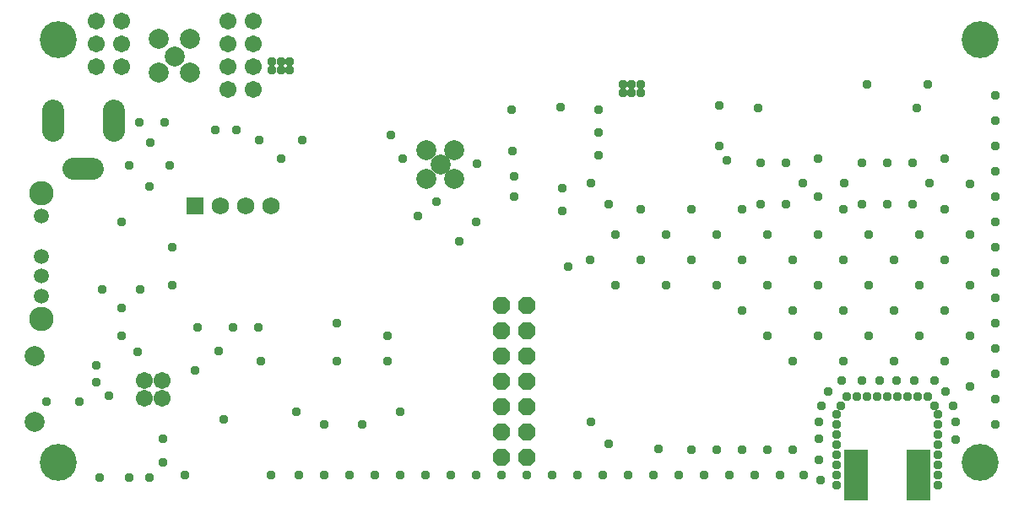
<source format=gbr>
G04 EAGLE Gerber RS-274X export*
G75*
%MOMM*%
%FSLAX34Y34*%
%LPD*%
%INSoldermask Bottom*%
%IPPOS*%
%AMOC8*
5,1,8,0,0,1.08239X$1,22.5*%
G01*
%ADD10C,3.703200*%
%ADD11C,2.003200*%
%ADD12C,2.203200*%
%ADD13R,1.727200X1.727200*%
%ADD14C,1.727200*%
%ADD15R,2.403200X5.203200*%
%ADD16P,1.869504X8X292.500000*%
%ADD17C,1.511200*%
%ADD18C,2.453200*%
%ADD19C,1.703200*%
%ADD20C,0.959600*%


D10*
X38100Y38100D03*
X38100Y462280D03*
X962660Y462280D03*
X962660Y38100D03*
D11*
X14500Y144760D03*
X14500Y78760D03*
D12*
X94500Y371000D02*
X94500Y391000D01*
X33500Y391000D02*
X33500Y371000D01*
X53500Y333000D02*
X73500Y333000D01*
D13*
X175260Y295910D03*
D14*
X200660Y295910D03*
X226060Y295910D03*
X251460Y295910D03*
D15*
X901146Y25654D03*
X838754Y25654D03*
D16*
X482600Y195580D03*
X508000Y195580D03*
X482600Y170180D03*
X508000Y170180D03*
X482600Y144780D03*
X508000Y144780D03*
X482600Y119380D03*
X508000Y119380D03*
X482600Y93980D03*
X508000Y93980D03*
X482600Y68580D03*
X508000Y68580D03*
X482600Y43180D03*
X508000Y43180D03*
D17*
X21500Y245110D03*
X21500Y285110D03*
X21500Y225110D03*
D18*
X21500Y308110D03*
X21500Y182110D03*
D17*
X21500Y205110D03*
D11*
X407670Y351790D03*
X435610Y351790D03*
X421640Y336820D03*
X407670Y322580D03*
X435610Y322580D03*
D19*
X124460Y120650D03*
X142240Y120650D03*
X142240Y102870D03*
X124460Y102870D03*
D20*
X768350Y339090D03*
X742950Y339090D03*
X784860Y318770D03*
X768350Y297180D03*
X742950Y297180D03*
X844550Y339090D03*
X869950Y339090D03*
X895350Y339090D03*
X826770Y318770D03*
X911860Y318770D03*
X895350Y297180D03*
X869950Y297180D03*
X844550Y297180D03*
X580390Y392430D03*
X580390Y369570D03*
X580390Y346710D03*
X572770Y318770D03*
X590550Y297180D03*
X572770Y78740D03*
X590550Y57150D03*
X144780Y379730D03*
X130810Y359410D03*
X119380Y379730D03*
X149860Y336550D03*
X195580Y372110D03*
X261620Y342900D03*
X80010Y22860D03*
X143510Y38100D03*
X143510Y62230D03*
X129540Y22860D03*
X26670Y99060D03*
X59690Y99060D03*
X101600Y193040D03*
X819150Y15240D03*
X819150Y25400D03*
X819150Y35560D03*
X819150Y45720D03*
X819150Y55880D03*
X819150Y66040D03*
X819150Y76200D03*
X819150Y86360D03*
X822960Y95250D03*
X829310Y104140D03*
X839470Y104140D03*
X849630Y104140D03*
X859790Y104140D03*
X869950Y104140D03*
X880110Y104140D03*
X890270Y104140D03*
X900430Y104140D03*
X910590Y104140D03*
X916940Y95250D03*
X920750Y86360D03*
X920750Y76200D03*
X920750Y66040D03*
X920750Y55880D03*
X920750Y45720D03*
X920750Y35560D03*
X920750Y25400D03*
X920750Y15240D03*
X802640Y20320D03*
X801370Y40640D03*
X801370Y62230D03*
X801370Y78740D03*
X803910Y95250D03*
X938530Y60960D03*
X810260Y109220D03*
X824230Y120650D03*
X844550Y120650D03*
X862330Y120650D03*
X916940Y120650D03*
X896620Y120650D03*
X878840Y120650D03*
X938530Y78740D03*
X935990Y95250D03*
X928370Y109220D03*
X120650Y212090D03*
X82550Y212090D03*
X240030Y361950D03*
X825500Y190500D03*
X876300Y190500D03*
X825500Y139700D03*
X876300Y139700D03*
X927100Y139700D03*
X927100Y190500D03*
X977900Y228600D03*
X977900Y177800D03*
X977900Y127000D03*
X977900Y76200D03*
X977900Y254000D03*
X977900Y279400D03*
X977900Y304800D03*
X927100Y241300D03*
X876300Y241300D03*
X825500Y241300D03*
X774700Y241300D03*
X723900Y241300D03*
X673100Y241300D03*
X622300Y241300D03*
X571500Y241300D03*
X927100Y292100D03*
X774700Y190500D03*
X723900Y190500D03*
X774700Y139700D03*
X800100Y215900D03*
X749300Y215900D03*
X850900Y215900D03*
X901700Y215900D03*
X901700Y266700D03*
X850900Y266700D03*
X952500Y266700D03*
X952500Y215900D03*
X952500Y165100D03*
X901700Y165100D03*
X850900Y165100D03*
X800100Y165100D03*
X749300Y165100D03*
X698500Y215900D03*
X647700Y215900D03*
X596900Y215900D03*
X723900Y292100D03*
X673100Y292100D03*
X622300Y292100D03*
X800100Y266700D03*
X952500Y317500D03*
X952500Y114300D03*
X762000Y25400D03*
X711200Y25400D03*
X660400Y25400D03*
X685800Y25400D03*
X736600Y25400D03*
X977900Y101600D03*
X977900Y152400D03*
X977900Y203200D03*
X977900Y330200D03*
X977900Y355600D03*
X977900Y381000D03*
X977900Y406400D03*
X635000Y25400D03*
X609600Y25400D03*
X584200Y25400D03*
X558800Y25400D03*
X533400Y25400D03*
X508000Y25400D03*
X482600Y25400D03*
X457200Y25400D03*
X431800Y25400D03*
X251460Y25400D03*
X165100Y25400D03*
X101600Y165100D03*
X101600Y279400D03*
X109220Y336550D03*
X701040Y355600D03*
X708660Y341630D03*
X701040Y396240D03*
X740410Y393700D03*
X786130Y25400D03*
X129540Y314960D03*
X542290Y394970D03*
X458470Y337820D03*
X283210Y361950D03*
X749300Y266700D03*
X698500Y266700D03*
X647700Y266700D03*
X596900Y266700D03*
X800100Y304800D03*
X825500Y292100D03*
X406400Y25400D03*
X381000Y25400D03*
X355600Y25400D03*
X330200Y25400D03*
X304800Y25400D03*
X279400Y25400D03*
X800100Y342900D03*
X927100Y342900D03*
X317500Y139700D03*
X317500Y177800D03*
X368300Y139700D03*
X368300Y165100D03*
X304800Y76200D03*
X342900Y76200D03*
X381000Y88900D03*
X241300Y139700D03*
X152400Y254000D03*
X152400Y215900D03*
X495300Y304800D03*
X457200Y279400D03*
X774700Y50800D03*
X749300Y50800D03*
X723900Y50800D03*
X698500Y50800D03*
X673100Y50800D03*
D11*
X139160Y428990D03*
X170720Y428990D03*
X139160Y463550D03*
X170720Y463550D03*
D20*
X613410Y417830D03*
X613410Y408940D03*
X604520Y417830D03*
X604520Y408940D03*
D11*
X154940Y445770D03*
D19*
X76200Y481330D03*
X76200Y458470D03*
X76200Y435610D03*
X233680Y481330D03*
X233680Y458470D03*
X233680Y435610D03*
X233680Y412750D03*
X101600Y481330D03*
X208280Y481330D03*
X208280Y412750D03*
X101600Y458470D03*
X101600Y435610D03*
X208280Y435610D03*
X208280Y458470D03*
D20*
X622300Y417830D03*
X622300Y408940D03*
X252730Y440690D03*
X261620Y440690D03*
X252730Y431800D03*
X261620Y431800D03*
X270510Y431800D03*
X270510Y440690D03*
X217170Y372110D03*
X910590Y417830D03*
X849630Y417830D03*
X417830Y299720D03*
X276860Y88900D03*
X238760Y173990D03*
X549910Y234950D03*
X899160Y393700D03*
X76200Y118336D03*
X88900Y105184D03*
X76200Y135890D03*
X109220Y22860D03*
X177800Y173990D03*
X372110Y367030D03*
X383540Y342900D03*
X213360Y173990D03*
X118350Y148830D03*
X175260Y130810D03*
X199390Y149860D03*
X204470Y81280D03*
X640080Y52070D03*
X494030Y350520D03*
X492760Y392430D03*
X440690Y260350D03*
X543560Y290830D03*
X543560Y313690D03*
X495300Y325120D03*
X398780Y285750D03*
M02*

</source>
